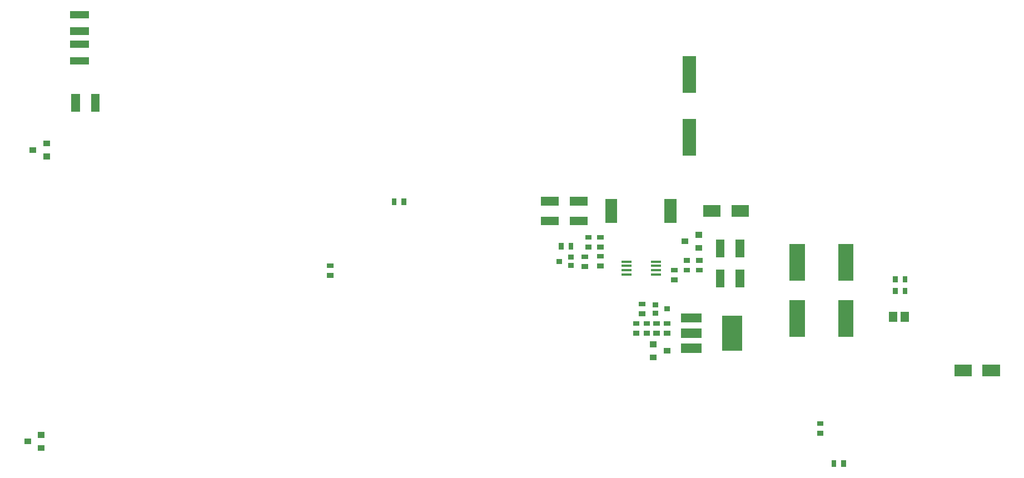
<source format=gbr>
G04 start of page 12 for group -4014 idx -4014 *
G04 Title: Power Board, bottompaste *
G04 Creator: pcb 1.99z *
G04 CreationDate: Sun 28 Jul 2013 20:14:53 GMT UTC *
G04 For: rbarlow *
G04 Format: Gerber/RS-274X *
G04 PCB-Dimensions (mm): 166.00 100.00 *
G04 PCB-Coordinate-Origin: lower left *
%MOMM*%
%FSLAX43Y43*%
%LNBOTTOMPASTE*%
%ADD280R,0.719X0.719*%
%ADD279R,0.330X0.330*%
%ADD278R,1.750X1.750*%
%ADD277R,0.737X0.737*%
%ADD276R,3.099X3.099*%
%ADD275R,1.422X1.422*%
%ADD274R,2.050X2.050*%
%ADD273R,1.120X1.120*%
%ADD272R,1.800X1.800*%
%ADD271R,2.300X2.300*%
%ADD270R,1.300X1.300*%
%ADD269R,0.864X0.864*%
%ADD268R,0.719X0.719*%
G54D268*X137559Y43523D02*Y43277D01*
X139041Y43523D02*Y43277D01*
G54D269*X7424Y21500D02*X7576D01*
X7424Y19519D02*X7576D01*
X5341Y20510D02*X5494D01*
X8207Y65891D02*X8359D01*
X8207Y63910D02*X8359D01*
X6124Y64900D02*X6276D01*
G54D268*X62700Y57123D02*Y56877D01*
X61218Y57123D02*Y56877D01*
G54D270*X137200Y39600D02*Y39400D01*
X139000Y39600D02*Y39400D01*
G54D271*X130000Y49450D02*Y46150D01*
X122600Y49450D02*Y46150D01*
G54D268*X51377Y45800D02*X51623D01*
X51377Y47282D02*X51623D01*
G54D271*X130000Y40850D02*Y37550D01*
X122600Y40850D02*Y37550D01*
G54D272*X103300Y56500D02*Y54700D01*
X94300Y56500D02*Y54700D01*
G54D273*X12400Y78500D02*X14160D01*
X12400Y81000D02*X14160D01*
X12400Y83000D02*X14160D01*
X12400Y85500D02*X14160D01*
G54D274*X106200Y78150D02*Y74650D01*
Y68600D02*Y65100D01*
G54D268*X90127Y47168D02*X90373D01*
X90127Y48650D02*X90373D01*
X99577Y37000D02*X99823D01*
X99577Y38482D02*X99823D01*
X97977D02*X98223D01*
X97977Y37000D02*X98223D01*
X92527Y47218D02*X92773D01*
X92527Y48700D02*X92773D01*
X105677Y48082D02*X105923D01*
X105677Y46600D02*X105923D01*
G54D269*X100641Y33310D02*X100793D01*
X100641Y35291D02*X100793D01*
X102724Y34300D02*X102876D01*
G54D275*X105664Y34714D02*X107341D01*
X105664Y37000D02*X107341D01*
X105664Y39312D02*X107341D01*
G54D276*X112700Y38143D02*Y35857D01*
G54D268*X90677Y50118D02*X90923D01*
X90677Y51600D02*X90923D01*
X107577Y48082D02*X107823D01*
X107577Y46600D02*X107823D01*
G54D277*X100946Y40040D02*X101098D01*
X100946Y41335D02*X101098D01*
X102724Y40700D02*X102876D01*
G54D268*X98877Y39959D02*X99123D01*
X98877Y41441D02*X99123D01*
X102677Y37000D02*X102923D01*
X102677Y38482D02*X102923D01*
X101077Y37000D02*X101323D01*
X101077Y38482D02*X101323D01*
G54D270*X15700Y72800D02*Y71400D01*
X12700Y72800D02*Y71400D01*
G54D268*X103777Y45118D02*X104023D01*
X103777Y46600D02*X104023D01*
G54D278*X109150Y55600D02*X110050D01*
X113450D02*X114350D01*
G54D270*X88650Y54100D02*X90050D01*
X88650Y57100D02*X90050D01*
G54D277*X88074Y48596D02*X88226D01*
X88074Y47300D02*X88226D01*
X86296Y47935D02*X86448D01*
G54D270*X110900Y50600D02*Y49200D01*
X113900Y50600D02*Y49200D01*
X110900Y46000D02*Y44600D01*
X113900Y46000D02*Y44600D01*
X84200Y54100D02*X85600D01*
X84200Y57100D02*X85600D01*
G54D279*X96015Y45950D02*X97185D01*
X96015Y46600D02*X97185D01*
X96015Y47250D02*X97185D01*
X96015Y47900D02*X97185D01*
X100515D02*X101685D01*
X100515Y47250D02*X101685D01*
X100515Y46600D02*X101685D01*
X100515Y45950D02*X101685D01*
G54D268*X92527Y50118D02*X92773D01*
X92527Y51600D02*X92773D01*
G54D269*X107523Y51981D02*X107676D01*
X107523Y50000D02*X107676D01*
X105440Y50990D02*X105593D01*
G54D268*X88150Y50373D02*Y50127D01*
X86668Y50373D02*Y50127D01*
G54D280*X125977Y23241D02*X126223D01*
X125977Y21759D02*X126223D01*
G54D278*X147400Y31300D02*X148300D01*
X151700D02*X152600D01*
G54D268*X137559Y45323D02*Y45077D01*
X139041Y45323D02*Y45077D01*
G54D280*X129691Y17273D02*Y17027D01*
X128209Y17273D02*Y17027D01*
M02*

</source>
